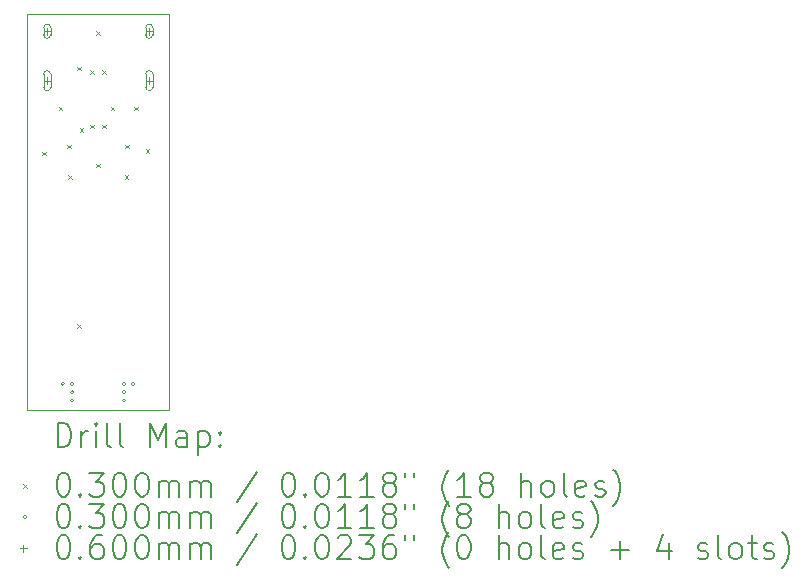
<source format=gbr>
%TF.GenerationSoftware,KiCad,Pcbnew,9.0.1*%
%TF.CreationDate,2025-10-23T20:39:28-06:00*%
%TF.ProjectId,usbport,75736270-6f72-4742-9e6b-696361645f70,rev?*%
%TF.SameCoordinates,Original*%
%TF.FileFunction,Drillmap*%
%TF.FilePolarity,Positive*%
%FSLAX45Y45*%
G04 Gerber Fmt 4.5, Leading zero omitted, Abs format (unit mm)*
G04 Created by KiCad (PCBNEW 9.0.1) date 2025-10-23 20:39:28*
%MOMM*%
%LPD*%
G01*
G04 APERTURE LIST*
%ADD10C,0.050000*%
%ADD11C,0.200000*%
%ADD12C,0.100000*%
G04 APERTURE END LIST*
D10*
X9200000Y-7300000D02*
X9800000Y-7300000D01*
X9800000Y-7300000D02*
X9800000Y-9800000D01*
X8600000Y-10650000D02*
X9800000Y-10650000D01*
X8600000Y-9800000D02*
X8600000Y-10650000D01*
X9200000Y-7300000D02*
X8600000Y-7300000D01*
X9800000Y-10650000D02*
X9800000Y-9800000D01*
X8600000Y-7300000D02*
X8600000Y-9800000D01*
D11*
D12*
X8725000Y-8465000D02*
X8755000Y-8495000D01*
X8755000Y-8465000D02*
X8725000Y-8495000D01*
X8865000Y-8085000D02*
X8895000Y-8115000D01*
X8895000Y-8085000D02*
X8865000Y-8115000D01*
X8940000Y-8405000D02*
X8970000Y-8435000D01*
X8970000Y-8405000D02*
X8940000Y-8435000D01*
X8945000Y-8665000D02*
X8975000Y-8695000D01*
X8975000Y-8665000D02*
X8945000Y-8695000D01*
X9025000Y-7745000D02*
X9055000Y-7775000D01*
X9055000Y-7745000D02*
X9025000Y-7775000D01*
X9025000Y-9925000D02*
X9055000Y-9955000D01*
X9055000Y-9925000D02*
X9025000Y-9955000D01*
X9045000Y-8265000D02*
X9075000Y-8295000D01*
X9075000Y-8265000D02*
X9045000Y-8295000D01*
X9135000Y-7775000D02*
X9165000Y-7805000D01*
X9165000Y-7775000D02*
X9135000Y-7805000D01*
X9135000Y-8235000D02*
X9165000Y-8265000D01*
X9165000Y-8235000D02*
X9135000Y-8265000D01*
X9185000Y-7445000D02*
X9215000Y-7475000D01*
X9215000Y-7445000D02*
X9185000Y-7475000D01*
X9185000Y-8565000D02*
X9215000Y-8595000D01*
X9215000Y-8565000D02*
X9185000Y-8595000D01*
X9235000Y-7775000D02*
X9265000Y-7805000D01*
X9265000Y-7775000D02*
X9235000Y-7805000D01*
X9235000Y-8235000D02*
X9265000Y-8265000D01*
X9265000Y-8235000D02*
X9235000Y-8265000D01*
X9305000Y-8085000D02*
X9335000Y-8115000D01*
X9335000Y-8085000D02*
X9305000Y-8115000D01*
X9425000Y-8665000D02*
X9455000Y-8695000D01*
X9455000Y-8665000D02*
X9425000Y-8695000D01*
X9430000Y-8405000D02*
X9460000Y-8435000D01*
X9460000Y-8405000D02*
X9430000Y-8435000D01*
X9505000Y-8085000D02*
X9535000Y-8115000D01*
X9535000Y-8085000D02*
X9505000Y-8115000D01*
X9605000Y-8445000D02*
X9635000Y-8475000D01*
X9635000Y-8445000D02*
X9605000Y-8475000D01*
X8915000Y-10430000D02*
G75*
G02*
X8885000Y-10430000I-15000J0D01*
G01*
X8885000Y-10430000D02*
G75*
G02*
X8915000Y-10430000I15000J0D01*
G01*
X8995000Y-10430000D02*
G75*
G02*
X8965000Y-10430000I-15000J0D01*
G01*
X8965000Y-10430000D02*
G75*
G02*
X8995000Y-10430000I15000J0D01*
G01*
X8995000Y-10500000D02*
G75*
G02*
X8965000Y-10500000I-15000J0D01*
G01*
X8965000Y-10500000D02*
G75*
G02*
X8995000Y-10500000I15000J0D01*
G01*
X8995000Y-10570000D02*
G75*
G02*
X8965000Y-10570000I-15000J0D01*
G01*
X8965000Y-10570000D02*
G75*
G02*
X8995000Y-10570000I15000J0D01*
G01*
X9435000Y-10430000D02*
G75*
G02*
X9405000Y-10430000I-15000J0D01*
G01*
X9405000Y-10430000D02*
G75*
G02*
X9435000Y-10430000I15000J0D01*
G01*
X9435000Y-10500000D02*
G75*
G02*
X9405000Y-10500000I-15000J0D01*
G01*
X9405000Y-10500000D02*
G75*
G02*
X9435000Y-10500000I15000J0D01*
G01*
X9435000Y-10570000D02*
G75*
G02*
X9405000Y-10570000I-15000J0D01*
G01*
X9405000Y-10570000D02*
G75*
G02*
X9435000Y-10570000I15000J0D01*
G01*
X9510000Y-10430000D02*
G75*
G02*
X9480000Y-10430000I-15000J0D01*
G01*
X9480000Y-10430000D02*
G75*
G02*
X9510000Y-10430000I15000J0D01*
G01*
X8768000Y-7413750D02*
X8768000Y-7473750D01*
X8738000Y-7443750D02*
X8798000Y-7443750D01*
X8798000Y-7473750D02*
X8798000Y-7413750D01*
X8738000Y-7413750D02*
G75*
G02*
X8798000Y-7413750I30000J0D01*
G01*
X8738000Y-7413750D02*
X8738000Y-7473750D01*
X8738000Y-7473750D02*
G75*
G03*
X8798000Y-7473750I30000J0D01*
G01*
X8768000Y-7831750D02*
X8768000Y-7891750D01*
X8738000Y-7861750D02*
X8798000Y-7861750D01*
X8798000Y-7916750D02*
X8798000Y-7806750D01*
X8738000Y-7806750D02*
G75*
G02*
X8798000Y-7806750I30000J0D01*
G01*
X8738000Y-7806750D02*
X8738000Y-7916750D01*
X8738000Y-7916750D02*
G75*
G03*
X8798000Y-7916750I30000J0D01*
G01*
X9632000Y-7413750D02*
X9632000Y-7473750D01*
X9602000Y-7443750D02*
X9662000Y-7443750D01*
X9662000Y-7473750D02*
X9662000Y-7413750D01*
X9602000Y-7413750D02*
G75*
G02*
X9662000Y-7413750I30000J0D01*
G01*
X9602000Y-7413750D02*
X9602000Y-7473750D01*
X9602000Y-7473750D02*
G75*
G03*
X9662000Y-7473750I30000J0D01*
G01*
X9632000Y-7831750D02*
X9632000Y-7891750D01*
X9602000Y-7861750D02*
X9662000Y-7861750D01*
X9662000Y-7916750D02*
X9662000Y-7806750D01*
X9602000Y-7806750D02*
G75*
G02*
X9662000Y-7806750I30000J0D01*
G01*
X9602000Y-7806750D02*
X9602000Y-7916750D01*
X9602000Y-7916750D02*
G75*
G03*
X9662000Y-7916750I30000J0D01*
G01*
D11*
X8858277Y-10963984D02*
X8858277Y-10763984D01*
X8858277Y-10763984D02*
X8905896Y-10763984D01*
X8905896Y-10763984D02*
X8934467Y-10773508D01*
X8934467Y-10773508D02*
X8953515Y-10792555D01*
X8953515Y-10792555D02*
X8963039Y-10811603D01*
X8963039Y-10811603D02*
X8972563Y-10849698D01*
X8972563Y-10849698D02*
X8972563Y-10878270D01*
X8972563Y-10878270D02*
X8963039Y-10916365D01*
X8963039Y-10916365D02*
X8953515Y-10935412D01*
X8953515Y-10935412D02*
X8934467Y-10954460D01*
X8934467Y-10954460D02*
X8905896Y-10963984D01*
X8905896Y-10963984D02*
X8858277Y-10963984D01*
X9058277Y-10963984D02*
X9058277Y-10830650D01*
X9058277Y-10868746D02*
X9067801Y-10849698D01*
X9067801Y-10849698D02*
X9077324Y-10840174D01*
X9077324Y-10840174D02*
X9096372Y-10830650D01*
X9096372Y-10830650D02*
X9115420Y-10830650D01*
X9182086Y-10963984D02*
X9182086Y-10830650D01*
X9182086Y-10763984D02*
X9172563Y-10773508D01*
X9172563Y-10773508D02*
X9182086Y-10783031D01*
X9182086Y-10783031D02*
X9191610Y-10773508D01*
X9191610Y-10773508D02*
X9182086Y-10763984D01*
X9182086Y-10763984D02*
X9182086Y-10783031D01*
X9305896Y-10963984D02*
X9286848Y-10954460D01*
X9286848Y-10954460D02*
X9277324Y-10935412D01*
X9277324Y-10935412D02*
X9277324Y-10763984D01*
X9410658Y-10963984D02*
X9391610Y-10954460D01*
X9391610Y-10954460D02*
X9382086Y-10935412D01*
X9382086Y-10935412D02*
X9382086Y-10763984D01*
X9639229Y-10963984D02*
X9639229Y-10763984D01*
X9639229Y-10763984D02*
X9705896Y-10906841D01*
X9705896Y-10906841D02*
X9772563Y-10763984D01*
X9772563Y-10763984D02*
X9772563Y-10963984D01*
X9953515Y-10963984D02*
X9953515Y-10859222D01*
X9953515Y-10859222D02*
X9943991Y-10840174D01*
X9943991Y-10840174D02*
X9924944Y-10830650D01*
X9924944Y-10830650D02*
X9886848Y-10830650D01*
X9886848Y-10830650D02*
X9867801Y-10840174D01*
X9953515Y-10954460D02*
X9934467Y-10963984D01*
X9934467Y-10963984D02*
X9886848Y-10963984D01*
X9886848Y-10963984D02*
X9867801Y-10954460D01*
X9867801Y-10954460D02*
X9858277Y-10935412D01*
X9858277Y-10935412D02*
X9858277Y-10916365D01*
X9858277Y-10916365D02*
X9867801Y-10897317D01*
X9867801Y-10897317D02*
X9886848Y-10887793D01*
X9886848Y-10887793D02*
X9934467Y-10887793D01*
X9934467Y-10887793D02*
X9953515Y-10878270D01*
X10048753Y-10830650D02*
X10048753Y-11030650D01*
X10048753Y-10840174D02*
X10067801Y-10830650D01*
X10067801Y-10830650D02*
X10105896Y-10830650D01*
X10105896Y-10830650D02*
X10124944Y-10840174D01*
X10124944Y-10840174D02*
X10134467Y-10849698D01*
X10134467Y-10849698D02*
X10143991Y-10868746D01*
X10143991Y-10868746D02*
X10143991Y-10925889D01*
X10143991Y-10925889D02*
X10134467Y-10944936D01*
X10134467Y-10944936D02*
X10124944Y-10954460D01*
X10124944Y-10954460D02*
X10105896Y-10963984D01*
X10105896Y-10963984D02*
X10067801Y-10963984D01*
X10067801Y-10963984D02*
X10048753Y-10954460D01*
X10229705Y-10944936D02*
X10239229Y-10954460D01*
X10239229Y-10954460D02*
X10229705Y-10963984D01*
X10229705Y-10963984D02*
X10220182Y-10954460D01*
X10220182Y-10954460D02*
X10229705Y-10944936D01*
X10229705Y-10944936D02*
X10229705Y-10963984D01*
X10229705Y-10840174D02*
X10239229Y-10849698D01*
X10239229Y-10849698D02*
X10229705Y-10859222D01*
X10229705Y-10859222D02*
X10220182Y-10849698D01*
X10220182Y-10849698D02*
X10229705Y-10840174D01*
X10229705Y-10840174D02*
X10229705Y-10859222D01*
D12*
X8567500Y-11277500D02*
X8597500Y-11307500D01*
X8597500Y-11277500D02*
X8567500Y-11307500D01*
D11*
X8896372Y-11183984D02*
X8915420Y-11183984D01*
X8915420Y-11183984D02*
X8934467Y-11193508D01*
X8934467Y-11193508D02*
X8943991Y-11203031D01*
X8943991Y-11203031D02*
X8953515Y-11222079D01*
X8953515Y-11222079D02*
X8963039Y-11260174D01*
X8963039Y-11260174D02*
X8963039Y-11307793D01*
X8963039Y-11307793D02*
X8953515Y-11345888D01*
X8953515Y-11345888D02*
X8943991Y-11364936D01*
X8943991Y-11364936D02*
X8934467Y-11374460D01*
X8934467Y-11374460D02*
X8915420Y-11383984D01*
X8915420Y-11383984D02*
X8896372Y-11383984D01*
X8896372Y-11383984D02*
X8877324Y-11374460D01*
X8877324Y-11374460D02*
X8867801Y-11364936D01*
X8867801Y-11364936D02*
X8858277Y-11345888D01*
X8858277Y-11345888D02*
X8848753Y-11307793D01*
X8848753Y-11307793D02*
X8848753Y-11260174D01*
X8848753Y-11260174D02*
X8858277Y-11222079D01*
X8858277Y-11222079D02*
X8867801Y-11203031D01*
X8867801Y-11203031D02*
X8877324Y-11193508D01*
X8877324Y-11193508D02*
X8896372Y-11183984D01*
X9048753Y-11364936D02*
X9058277Y-11374460D01*
X9058277Y-11374460D02*
X9048753Y-11383984D01*
X9048753Y-11383984D02*
X9039229Y-11374460D01*
X9039229Y-11374460D02*
X9048753Y-11364936D01*
X9048753Y-11364936D02*
X9048753Y-11383984D01*
X9124944Y-11183984D02*
X9248753Y-11183984D01*
X9248753Y-11183984D02*
X9182086Y-11260174D01*
X9182086Y-11260174D02*
X9210658Y-11260174D01*
X9210658Y-11260174D02*
X9229705Y-11269698D01*
X9229705Y-11269698D02*
X9239229Y-11279222D01*
X9239229Y-11279222D02*
X9248753Y-11298269D01*
X9248753Y-11298269D02*
X9248753Y-11345888D01*
X9248753Y-11345888D02*
X9239229Y-11364936D01*
X9239229Y-11364936D02*
X9229705Y-11374460D01*
X9229705Y-11374460D02*
X9210658Y-11383984D01*
X9210658Y-11383984D02*
X9153515Y-11383984D01*
X9153515Y-11383984D02*
X9134467Y-11374460D01*
X9134467Y-11374460D02*
X9124944Y-11364936D01*
X9372563Y-11183984D02*
X9391610Y-11183984D01*
X9391610Y-11183984D02*
X9410658Y-11193508D01*
X9410658Y-11193508D02*
X9420182Y-11203031D01*
X9420182Y-11203031D02*
X9429705Y-11222079D01*
X9429705Y-11222079D02*
X9439229Y-11260174D01*
X9439229Y-11260174D02*
X9439229Y-11307793D01*
X9439229Y-11307793D02*
X9429705Y-11345888D01*
X9429705Y-11345888D02*
X9420182Y-11364936D01*
X9420182Y-11364936D02*
X9410658Y-11374460D01*
X9410658Y-11374460D02*
X9391610Y-11383984D01*
X9391610Y-11383984D02*
X9372563Y-11383984D01*
X9372563Y-11383984D02*
X9353515Y-11374460D01*
X9353515Y-11374460D02*
X9343991Y-11364936D01*
X9343991Y-11364936D02*
X9334467Y-11345888D01*
X9334467Y-11345888D02*
X9324944Y-11307793D01*
X9324944Y-11307793D02*
X9324944Y-11260174D01*
X9324944Y-11260174D02*
X9334467Y-11222079D01*
X9334467Y-11222079D02*
X9343991Y-11203031D01*
X9343991Y-11203031D02*
X9353515Y-11193508D01*
X9353515Y-11193508D02*
X9372563Y-11183984D01*
X9563039Y-11183984D02*
X9582086Y-11183984D01*
X9582086Y-11183984D02*
X9601134Y-11193508D01*
X9601134Y-11193508D02*
X9610658Y-11203031D01*
X9610658Y-11203031D02*
X9620182Y-11222079D01*
X9620182Y-11222079D02*
X9629705Y-11260174D01*
X9629705Y-11260174D02*
X9629705Y-11307793D01*
X9629705Y-11307793D02*
X9620182Y-11345888D01*
X9620182Y-11345888D02*
X9610658Y-11364936D01*
X9610658Y-11364936D02*
X9601134Y-11374460D01*
X9601134Y-11374460D02*
X9582086Y-11383984D01*
X9582086Y-11383984D02*
X9563039Y-11383984D01*
X9563039Y-11383984D02*
X9543991Y-11374460D01*
X9543991Y-11374460D02*
X9534467Y-11364936D01*
X9534467Y-11364936D02*
X9524944Y-11345888D01*
X9524944Y-11345888D02*
X9515420Y-11307793D01*
X9515420Y-11307793D02*
X9515420Y-11260174D01*
X9515420Y-11260174D02*
X9524944Y-11222079D01*
X9524944Y-11222079D02*
X9534467Y-11203031D01*
X9534467Y-11203031D02*
X9543991Y-11193508D01*
X9543991Y-11193508D02*
X9563039Y-11183984D01*
X9715420Y-11383984D02*
X9715420Y-11250650D01*
X9715420Y-11269698D02*
X9724944Y-11260174D01*
X9724944Y-11260174D02*
X9743991Y-11250650D01*
X9743991Y-11250650D02*
X9772563Y-11250650D01*
X9772563Y-11250650D02*
X9791610Y-11260174D01*
X9791610Y-11260174D02*
X9801134Y-11279222D01*
X9801134Y-11279222D02*
X9801134Y-11383984D01*
X9801134Y-11279222D02*
X9810658Y-11260174D01*
X9810658Y-11260174D02*
X9829705Y-11250650D01*
X9829705Y-11250650D02*
X9858277Y-11250650D01*
X9858277Y-11250650D02*
X9877325Y-11260174D01*
X9877325Y-11260174D02*
X9886848Y-11279222D01*
X9886848Y-11279222D02*
X9886848Y-11383984D01*
X9982086Y-11383984D02*
X9982086Y-11250650D01*
X9982086Y-11269698D02*
X9991610Y-11260174D01*
X9991610Y-11260174D02*
X10010658Y-11250650D01*
X10010658Y-11250650D02*
X10039229Y-11250650D01*
X10039229Y-11250650D02*
X10058277Y-11260174D01*
X10058277Y-11260174D02*
X10067801Y-11279222D01*
X10067801Y-11279222D02*
X10067801Y-11383984D01*
X10067801Y-11279222D02*
X10077325Y-11260174D01*
X10077325Y-11260174D02*
X10096372Y-11250650D01*
X10096372Y-11250650D02*
X10124944Y-11250650D01*
X10124944Y-11250650D02*
X10143991Y-11260174D01*
X10143991Y-11260174D02*
X10153515Y-11279222D01*
X10153515Y-11279222D02*
X10153515Y-11383984D01*
X10543991Y-11174460D02*
X10372563Y-11431603D01*
X10801134Y-11183984D02*
X10820182Y-11183984D01*
X10820182Y-11183984D02*
X10839229Y-11193508D01*
X10839229Y-11193508D02*
X10848753Y-11203031D01*
X10848753Y-11203031D02*
X10858277Y-11222079D01*
X10858277Y-11222079D02*
X10867801Y-11260174D01*
X10867801Y-11260174D02*
X10867801Y-11307793D01*
X10867801Y-11307793D02*
X10858277Y-11345888D01*
X10858277Y-11345888D02*
X10848753Y-11364936D01*
X10848753Y-11364936D02*
X10839229Y-11374460D01*
X10839229Y-11374460D02*
X10820182Y-11383984D01*
X10820182Y-11383984D02*
X10801134Y-11383984D01*
X10801134Y-11383984D02*
X10782087Y-11374460D01*
X10782087Y-11374460D02*
X10772563Y-11364936D01*
X10772563Y-11364936D02*
X10763039Y-11345888D01*
X10763039Y-11345888D02*
X10753515Y-11307793D01*
X10753515Y-11307793D02*
X10753515Y-11260174D01*
X10753515Y-11260174D02*
X10763039Y-11222079D01*
X10763039Y-11222079D02*
X10772563Y-11203031D01*
X10772563Y-11203031D02*
X10782087Y-11193508D01*
X10782087Y-11193508D02*
X10801134Y-11183984D01*
X10953515Y-11364936D02*
X10963039Y-11374460D01*
X10963039Y-11374460D02*
X10953515Y-11383984D01*
X10953515Y-11383984D02*
X10943991Y-11374460D01*
X10943991Y-11374460D02*
X10953515Y-11364936D01*
X10953515Y-11364936D02*
X10953515Y-11383984D01*
X11086848Y-11183984D02*
X11105896Y-11183984D01*
X11105896Y-11183984D02*
X11124944Y-11193508D01*
X11124944Y-11193508D02*
X11134468Y-11203031D01*
X11134468Y-11203031D02*
X11143991Y-11222079D01*
X11143991Y-11222079D02*
X11153515Y-11260174D01*
X11153515Y-11260174D02*
X11153515Y-11307793D01*
X11153515Y-11307793D02*
X11143991Y-11345888D01*
X11143991Y-11345888D02*
X11134468Y-11364936D01*
X11134468Y-11364936D02*
X11124944Y-11374460D01*
X11124944Y-11374460D02*
X11105896Y-11383984D01*
X11105896Y-11383984D02*
X11086848Y-11383984D01*
X11086848Y-11383984D02*
X11067801Y-11374460D01*
X11067801Y-11374460D02*
X11058277Y-11364936D01*
X11058277Y-11364936D02*
X11048753Y-11345888D01*
X11048753Y-11345888D02*
X11039229Y-11307793D01*
X11039229Y-11307793D02*
X11039229Y-11260174D01*
X11039229Y-11260174D02*
X11048753Y-11222079D01*
X11048753Y-11222079D02*
X11058277Y-11203031D01*
X11058277Y-11203031D02*
X11067801Y-11193508D01*
X11067801Y-11193508D02*
X11086848Y-11183984D01*
X11343991Y-11383984D02*
X11229706Y-11383984D01*
X11286848Y-11383984D02*
X11286848Y-11183984D01*
X11286848Y-11183984D02*
X11267801Y-11212555D01*
X11267801Y-11212555D02*
X11248753Y-11231603D01*
X11248753Y-11231603D02*
X11229706Y-11241127D01*
X11534467Y-11383984D02*
X11420182Y-11383984D01*
X11477325Y-11383984D02*
X11477325Y-11183984D01*
X11477325Y-11183984D02*
X11458277Y-11212555D01*
X11458277Y-11212555D02*
X11439229Y-11231603D01*
X11439229Y-11231603D02*
X11420182Y-11241127D01*
X11648753Y-11269698D02*
X11629706Y-11260174D01*
X11629706Y-11260174D02*
X11620182Y-11250650D01*
X11620182Y-11250650D02*
X11610658Y-11231603D01*
X11610658Y-11231603D02*
X11610658Y-11222079D01*
X11610658Y-11222079D02*
X11620182Y-11203031D01*
X11620182Y-11203031D02*
X11629706Y-11193508D01*
X11629706Y-11193508D02*
X11648753Y-11183984D01*
X11648753Y-11183984D02*
X11686848Y-11183984D01*
X11686848Y-11183984D02*
X11705896Y-11193508D01*
X11705896Y-11193508D02*
X11715420Y-11203031D01*
X11715420Y-11203031D02*
X11724944Y-11222079D01*
X11724944Y-11222079D02*
X11724944Y-11231603D01*
X11724944Y-11231603D02*
X11715420Y-11250650D01*
X11715420Y-11250650D02*
X11705896Y-11260174D01*
X11705896Y-11260174D02*
X11686848Y-11269698D01*
X11686848Y-11269698D02*
X11648753Y-11269698D01*
X11648753Y-11269698D02*
X11629706Y-11279222D01*
X11629706Y-11279222D02*
X11620182Y-11288746D01*
X11620182Y-11288746D02*
X11610658Y-11307793D01*
X11610658Y-11307793D02*
X11610658Y-11345888D01*
X11610658Y-11345888D02*
X11620182Y-11364936D01*
X11620182Y-11364936D02*
X11629706Y-11374460D01*
X11629706Y-11374460D02*
X11648753Y-11383984D01*
X11648753Y-11383984D02*
X11686848Y-11383984D01*
X11686848Y-11383984D02*
X11705896Y-11374460D01*
X11705896Y-11374460D02*
X11715420Y-11364936D01*
X11715420Y-11364936D02*
X11724944Y-11345888D01*
X11724944Y-11345888D02*
X11724944Y-11307793D01*
X11724944Y-11307793D02*
X11715420Y-11288746D01*
X11715420Y-11288746D02*
X11705896Y-11279222D01*
X11705896Y-11279222D02*
X11686848Y-11269698D01*
X11801134Y-11183984D02*
X11801134Y-11222079D01*
X11877325Y-11183984D02*
X11877325Y-11222079D01*
X12172563Y-11460174D02*
X12163039Y-11450650D01*
X12163039Y-11450650D02*
X12143991Y-11422079D01*
X12143991Y-11422079D02*
X12134468Y-11403031D01*
X12134468Y-11403031D02*
X12124944Y-11374460D01*
X12124944Y-11374460D02*
X12115420Y-11326841D01*
X12115420Y-11326841D02*
X12115420Y-11288746D01*
X12115420Y-11288746D02*
X12124944Y-11241127D01*
X12124944Y-11241127D02*
X12134468Y-11212555D01*
X12134468Y-11212555D02*
X12143991Y-11193508D01*
X12143991Y-11193508D02*
X12163039Y-11164936D01*
X12163039Y-11164936D02*
X12172563Y-11155412D01*
X12353515Y-11383984D02*
X12239229Y-11383984D01*
X12296372Y-11383984D02*
X12296372Y-11183984D01*
X12296372Y-11183984D02*
X12277325Y-11212555D01*
X12277325Y-11212555D02*
X12258277Y-11231603D01*
X12258277Y-11231603D02*
X12239229Y-11241127D01*
X12467801Y-11269698D02*
X12448753Y-11260174D01*
X12448753Y-11260174D02*
X12439229Y-11250650D01*
X12439229Y-11250650D02*
X12429706Y-11231603D01*
X12429706Y-11231603D02*
X12429706Y-11222079D01*
X12429706Y-11222079D02*
X12439229Y-11203031D01*
X12439229Y-11203031D02*
X12448753Y-11193508D01*
X12448753Y-11193508D02*
X12467801Y-11183984D01*
X12467801Y-11183984D02*
X12505896Y-11183984D01*
X12505896Y-11183984D02*
X12524944Y-11193508D01*
X12524944Y-11193508D02*
X12534468Y-11203031D01*
X12534468Y-11203031D02*
X12543991Y-11222079D01*
X12543991Y-11222079D02*
X12543991Y-11231603D01*
X12543991Y-11231603D02*
X12534468Y-11250650D01*
X12534468Y-11250650D02*
X12524944Y-11260174D01*
X12524944Y-11260174D02*
X12505896Y-11269698D01*
X12505896Y-11269698D02*
X12467801Y-11269698D01*
X12467801Y-11269698D02*
X12448753Y-11279222D01*
X12448753Y-11279222D02*
X12439229Y-11288746D01*
X12439229Y-11288746D02*
X12429706Y-11307793D01*
X12429706Y-11307793D02*
X12429706Y-11345888D01*
X12429706Y-11345888D02*
X12439229Y-11364936D01*
X12439229Y-11364936D02*
X12448753Y-11374460D01*
X12448753Y-11374460D02*
X12467801Y-11383984D01*
X12467801Y-11383984D02*
X12505896Y-11383984D01*
X12505896Y-11383984D02*
X12524944Y-11374460D01*
X12524944Y-11374460D02*
X12534468Y-11364936D01*
X12534468Y-11364936D02*
X12543991Y-11345888D01*
X12543991Y-11345888D02*
X12543991Y-11307793D01*
X12543991Y-11307793D02*
X12534468Y-11288746D01*
X12534468Y-11288746D02*
X12524944Y-11279222D01*
X12524944Y-11279222D02*
X12505896Y-11269698D01*
X12782087Y-11383984D02*
X12782087Y-11183984D01*
X12867801Y-11383984D02*
X12867801Y-11279222D01*
X12867801Y-11279222D02*
X12858277Y-11260174D01*
X12858277Y-11260174D02*
X12839230Y-11250650D01*
X12839230Y-11250650D02*
X12810658Y-11250650D01*
X12810658Y-11250650D02*
X12791610Y-11260174D01*
X12791610Y-11260174D02*
X12782087Y-11269698D01*
X12991610Y-11383984D02*
X12972563Y-11374460D01*
X12972563Y-11374460D02*
X12963039Y-11364936D01*
X12963039Y-11364936D02*
X12953515Y-11345888D01*
X12953515Y-11345888D02*
X12953515Y-11288746D01*
X12953515Y-11288746D02*
X12963039Y-11269698D01*
X12963039Y-11269698D02*
X12972563Y-11260174D01*
X12972563Y-11260174D02*
X12991610Y-11250650D01*
X12991610Y-11250650D02*
X13020182Y-11250650D01*
X13020182Y-11250650D02*
X13039230Y-11260174D01*
X13039230Y-11260174D02*
X13048753Y-11269698D01*
X13048753Y-11269698D02*
X13058277Y-11288746D01*
X13058277Y-11288746D02*
X13058277Y-11345888D01*
X13058277Y-11345888D02*
X13048753Y-11364936D01*
X13048753Y-11364936D02*
X13039230Y-11374460D01*
X13039230Y-11374460D02*
X13020182Y-11383984D01*
X13020182Y-11383984D02*
X12991610Y-11383984D01*
X13172563Y-11383984D02*
X13153515Y-11374460D01*
X13153515Y-11374460D02*
X13143991Y-11355412D01*
X13143991Y-11355412D02*
X13143991Y-11183984D01*
X13324944Y-11374460D02*
X13305896Y-11383984D01*
X13305896Y-11383984D02*
X13267801Y-11383984D01*
X13267801Y-11383984D02*
X13248753Y-11374460D01*
X13248753Y-11374460D02*
X13239230Y-11355412D01*
X13239230Y-11355412D02*
X13239230Y-11279222D01*
X13239230Y-11279222D02*
X13248753Y-11260174D01*
X13248753Y-11260174D02*
X13267801Y-11250650D01*
X13267801Y-11250650D02*
X13305896Y-11250650D01*
X13305896Y-11250650D02*
X13324944Y-11260174D01*
X13324944Y-11260174D02*
X13334468Y-11279222D01*
X13334468Y-11279222D02*
X13334468Y-11298269D01*
X13334468Y-11298269D02*
X13239230Y-11317317D01*
X13410658Y-11374460D02*
X13429706Y-11383984D01*
X13429706Y-11383984D02*
X13467801Y-11383984D01*
X13467801Y-11383984D02*
X13486849Y-11374460D01*
X13486849Y-11374460D02*
X13496372Y-11355412D01*
X13496372Y-11355412D02*
X13496372Y-11345888D01*
X13496372Y-11345888D02*
X13486849Y-11326841D01*
X13486849Y-11326841D02*
X13467801Y-11317317D01*
X13467801Y-11317317D02*
X13439230Y-11317317D01*
X13439230Y-11317317D02*
X13420182Y-11307793D01*
X13420182Y-11307793D02*
X13410658Y-11288746D01*
X13410658Y-11288746D02*
X13410658Y-11279222D01*
X13410658Y-11279222D02*
X13420182Y-11260174D01*
X13420182Y-11260174D02*
X13439230Y-11250650D01*
X13439230Y-11250650D02*
X13467801Y-11250650D01*
X13467801Y-11250650D02*
X13486849Y-11260174D01*
X13563039Y-11460174D02*
X13572563Y-11450650D01*
X13572563Y-11450650D02*
X13591611Y-11422079D01*
X13591611Y-11422079D02*
X13601134Y-11403031D01*
X13601134Y-11403031D02*
X13610658Y-11374460D01*
X13610658Y-11374460D02*
X13620182Y-11326841D01*
X13620182Y-11326841D02*
X13620182Y-11288746D01*
X13620182Y-11288746D02*
X13610658Y-11241127D01*
X13610658Y-11241127D02*
X13601134Y-11212555D01*
X13601134Y-11212555D02*
X13591611Y-11193508D01*
X13591611Y-11193508D02*
X13572563Y-11164936D01*
X13572563Y-11164936D02*
X13563039Y-11155412D01*
D12*
X8597500Y-11556500D02*
G75*
G02*
X8567500Y-11556500I-15000J0D01*
G01*
X8567500Y-11556500D02*
G75*
G02*
X8597500Y-11556500I15000J0D01*
G01*
D11*
X8896372Y-11447984D02*
X8915420Y-11447984D01*
X8915420Y-11447984D02*
X8934467Y-11457508D01*
X8934467Y-11457508D02*
X8943991Y-11467031D01*
X8943991Y-11467031D02*
X8953515Y-11486079D01*
X8953515Y-11486079D02*
X8963039Y-11524174D01*
X8963039Y-11524174D02*
X8963039Y-11571793D01*
X8963039Y-11571793D02*
X8953515Y-11609888D01*
X8953515Y-11609888D02*
X8943991Y-11628936D01*
X8943991Y-11628936D02*
X8934467Y-11638460D01*
X8934467Y-11638460D02*
X8915420Y-11647984D01*
X8915420Y-11647984D02*
X8896372Y-11647984D01*
X8896372Y-11647984D02*
X8877324Y-11638460D01*
X8877324Y-11638460D02*
X8867801Y-11628936D01*
X8867801Y-11628936D02*
X8858277Y-11609888D01*
X8858277Y-11609888D02*
X8848753Y-11571793D01*
X8848753Y-11571793D02*
X8848753Y-11524174D01*
X8848753Y-11524174D02*
X8858277Y-11486079D01*
X8858277Y-11486079D02*
X8867801Y-11467031D01*
X8867801Y-11467031D02*
X8877324Y-11457508D01*
X8877324Y-11457508D02*
X8896372Y-11447984D01*
X9048753Y-11628936D02*
X9058277Y-11638460D01*
X9058277Y-11638460D02*
X9048753Y-11647984D01*
X9048753Y-11647984D02*
X9039229Y-11638460D01*
X9039229Y-11638460D02*
X9048753Y-11628936D01*
X9048753Y-11628936D02*
X9048753Y-11647984D01*
X9124944Y-11447984D02*
X9248753Y-11447984D01*
X9248753Y-11447984D02*
X9182086Y-11524174D01*
X9182086Y-11524174D02*
X9210658Y-11524174D01*
X9210658Y-11524174D02*
X9229705Y-11533698D01*
X9229705Y-11533698D02*
X9239229Y-11543222D01*
X9239229Y-11543222D02*
X9248753Y-11562269D01*
X9248753Y-11562269D02*
X9248753Y-11609888D01*
X9248753Y-11609888D02*
X9239229Y-11628936D01*
X9239229Y-11628936D02*
X9229705Y-11638460D01*
X9229705Y-11638460D02*
X9210658Y-11647984D01*
X9210658Y-11647984D02*
X9153515Y-11647984D01*
X9153515Y-11647984D02*
X9134467Y-11638460D01*
X9134467Y-11638460D02*
X9124944Y-11628936D01*
X9372563Y-11447984D02*
X9391610Y-11447984D01*
X9391610Y-11447984D02*
X9410658Y-11457508D01*
X9410658Y-11457508D02*
X9420182Y-11467031D01*
X9420182Y-11467031D02*
X9429705Y-11486079D01*
X9429705Y-11486079D02*
X9439229Y-11524174D01*
X9439229Y-11524174D02*
X9439229Y-11571793D01*
X9439229Y-11571793D02*
X9429705Y-11609888D01*
X9429705Y-11609888D02*
X9420182Y-11628936D01*
X9420182Y-11628936D02*
X9410658Y-11638460D01*
X9410658Y-11638460D02*
X9391610Y-11647984D01*
X9391610Y-11647984D02*
X9372563Y-11647984D01*
X9372563Y-11647984D02*
X9353515Y-11638460D01*
X9353515Y-11638460D02*
X9343991Y-11628936D01*
X9343991Y-11628936D02*
X9334467Y-11609888D01*
X9334467Y-11609888D02*
X9324944Y-11571793D01*
X9324944Y-11571793D02*
X9324944Y-11524174D01*
X9324944Y-11524174D02*
X9334467Y-11486079D01*
X9334467Y-11486079D02*
X9343991Y-11467031D01*
X9343991Y-11467031D02*
X9353515Y-11457508D01*
X9353515Y-11457508D02*
X9372563Y-11447984D01*
X9563039Y-11447984D02*
X9582086Y-11447984D01*
X9582086Y-11447984D02*
X9601134Y-11457508D01*
X9601134Y-11457508D02*
X9610658Y-11467031D01*
X9610658Y-11467031D02*
X9620182Y-11486079D01*
X9620182Y-11486079D02*
X9629705Y-11524174D01*
X9629705Y-11524174D02*
X9629705Y-11571793D01*
X9629705Y-11571793D02*
X9620182Y-11609888D01*
X9620182Y-11609888D02*
X9610658Y-11628936D01*
X9610658Y-11628936D02*
X9601134Y-11638460D01*
X9601134Y-11638460D02*
X9582086Y-11647984D01*
X9582086Y-11647984D02*
X9563039Y-11647984D01*
X9563039Y-11647984D02*
X9543991Y-11638460D01*
X9543991Y-11638460D02*
X9534467Y-11628936D01*
X9534467Y-11628936D02*
X9524944Y-11609888D01*
X9524944Y-11609888D02*
X9515420Y-11571793D01*
X9515420Y-11571793D02*
X9515420Y-11524174D01*
X9515420Y-11524174D02*
X9524944Y-11486079D01*
X9524944Y-11486079D02*
X9534467Y-11467031D01*
X9534467Y-11467031D02*
X9543991Y-11457508D01*
X9543991Y-11457508D02*
X9563039Y-11447984D01*
X9715420Y-11647984D02*
X9715420Y-11514650D01*
X9715420Y-11533698D02*
X9724944Y-11524174D01*
X9724944Y-11524174D02*
X9743991Y-11514650D01*
X9743991Y-11514650D02*
X9772563Y-11514650D01*
X9772563Y-11514650D02*
X9791610Y-11524174D01*
X9791610Y-11524174D02*
X9801134Y-11543222D01*
X9801134Y-11543222D02*
X9801134Y-11647984D01*
X9801134Y-11543222D02*
X9810658Y-11524174D01*
X9810658Y-11524174D02*
X9829705Y-11514650D01*
X9829705Y-11514650D02*
X9858277Y-11514650D01*
X9858277Y-11514650D02*
X9877325Y-11524174D01*
X9877325Y-11524174D02*
X9886848Y-11543222D01*
X9886848Y-11543222D02*
X9886848Y-11647984D01*
X9982086Y-11647984D02*
X9982086Y-11514650D01*
X9982086Y-11533698D02*
X9991610Y-11524174D01*
X9991610Y-11524174D02*
X10010658Y-11514650D01*
X10010658Y-11514650D02*
X10039229Y-11514650D01*
X10039229Y-11514650D02*
X10058277Y-11524174D01*
X10058277Y-11524174D02*
X10067801Y-11543222D01*
X10067801Y-11543222D02*
X10067801Y-11647984D01*
X10067801Y-11543222D02*
X10077325Y-11524174D01*
X10077325Y-11524174D02*
X10096372Y-11514650D01*
X10096372Y-11514650D02*
X10124944Y-11514650D01*
X10124944Y-11514650D02*
X10143991Y-11524174D01*
X10143991Y-11524174D02*
X10153515Y-11543222D01*
X10153515Y-11543222D02*
X10153515Y-11647984D01*
X10543991Y-11438460D02*
X10372563Y-11695603D01*
X10801134Y-11447984D02*
X10820182Y-11447984D01*
X10820182Y-11447984D02*
X10839229Y-11457508D01*
X10839229Y-11457508D02*
X10848753Y-11467031D01*
X10848753Y-11467031D02*
X10858277Y-11486079D01*
X10858277Y-11486079D02*
X10867801Y-11524174D01*
X10867801Y-11524174D02*
X10867801Y-11571793D01*
X10867801Y-11571793D02*
X10858277Y-11609888D01*
X10858277Y-11609888D02*
X10848753Y-11628936D01*
X10848753Y-11628936D02*
X10839229Y-11638460D01*
X10839229Y-11638460D02*
X10820182Y-11647984D01*
X10820182Y-11647984D02*
X10801134Y-11647984D01*
X10801134Y-11647984D02*
X10782087Y-11638460D01*
X10782087Y-11638460D02*
X10772563Y-11628936D01*
X10772563Y-11628936D02*
X10763039Y-11609888D01*
X10763039Y-11609888D02*
X10753515Y-11571793D01*
X10753515Y-11571793D02*
X10753515Y-11524174D01*
X10753515Y-11524174D02*
X10763039Y-11486079D01*
X10763039Y-11486079D02*
X10772563Y-11467031D01*
X10772563Y-11467031D02*
X10782087Y-11457508D01*
X10782087Y-11457508D02*
X10801134Y-11447984D01*
X10953515Y-11628936D02*
X10963039Y-11638460D01*
X10963039Y-11638460D02*
X10953515Y-11647984D01*
X10953515Y-11647984D02*
X10943991Y-11638460D01*
X10943991Y-11638460D02*
X10953515Y-11628936D01*
X10953515Y-11628936D02*
X10953515Y-11647984D01*
X11086848Y-11447984D02*
X11105896Y-11447984D01*
X11105896Y-11447984D02*
X11124944Y-11457508D01*
X11124944Y-11457508D02*
X11134468Y-11467031D01*
X11134468Y-11467031D02*
X11143991Y-11486079D01*
X11143991Y-11486079D02*
X11153515Y-11524174D01*
X11153515Y-11524174D02*
X11153515Y-11571793D01*
X11153515Y-11571793D02*
X11143991Y-11609888D01*
X11143991Y-11609888D02*
X11134468Y-11628936D01*
X11134468Y-11628936D02*
X11124944Y-11638460D01*
X11124944Y-11638460D02*
X11105896Y-11647984D01*
X11105896Y-11647984D02*
X11086848Y-11647984D01*
X11086848Y-11647984D02*
X11067801Y-11638460D01*
X11067801Y-11638460D02*
X11058277Y-11628936D01*
X11058277Y-11628936D02*
X11048753Y-11609888D01*
X11048753Y-11609888D02*
X11039229Y-11571793D01*
X11039229Y-11571793D02*
X11039229Y-11524174D01*
X11039229Y-11524174D02*
X11048753Y-11486079D01*
X11048753Y-11486079D02*
X11058277Y-11467031D01*
X11058277Y-11467031D02*
X11067801Y-11457508D01*
X11067801Y-11457508D02*
X11086848Y-11447984D01*
X11343991Y-11647984D02*
X11229706Y-11647984D01*
X11286848Y-11647984D02*
X11286848Y-11447984D01*
X11286848Y-11447984D02*
X11267801Y-11476555D01*
X11267801Y-11476555D02*
X11248753Y-11495603D01*
X11248753Y-11495603D02*
X11229706Y-11505127D01*
X11534467Y-11647984D02*
X11420182Y-11647984D01*
X11477325Y-11647984D02*
X11477325Y-11447984D01*
X11477325Y-11447984D02*
X11458277Y-11476555D01*
X11458277Y-11476555D02*
X11439229Y-11495603D01*
X11439229Y-11495603D02*
X11420182Y-11505127D01*
X11648753Y-11533698D02*
X11629706Y-11524174D01*
X11629706Y-11524174D02*
X11620182Y-11514650D01*
X11620182Y-11514650D02*
X11610658Y-11495603D01*
X11610658Y-11495603D02*
X11610658Y-11486079D01*
X11610658Y-11486079D02*
X11620182Y-11467031D01*
X11620182Y-11467031D02*
X11629706Y-11457508D01*
X11629706Y-11457508D02*
X11648753Y-11447984D01*
X11648753Y-11447984D02*
X11686848Y-11447984D01*
X11686848Y-11447984D02*
X11705896Y-11457508D01*
X11705896Y-11457508D02*
X11715420Y-11467031D01*
X11715420Y-11467031D02*
X11724944Y-11486079D01*
X11724944Y-11486079D02*
X11724944Y-11495603D01*
X11724944Y-11495603D02*
X11715420Y-11514650D01*
X11715420Y-11514650D02*
X11705896Y-11524174D01*
X11705896Y-11524174D02*
X11686848Y-11533698D01*
X11686848Y-11533698D02*
X11648753Y-11533698D01*
X11648753Y-11533698D02*
X11629706Y-11543222D01*
X11629706Y-11543222D02*
X11620182Y-11552746D01*
X11620182Y-11552746D02*
X11610658Y-11571793D01*
X11610658Y-11571793D02*
X11610658Y-11609888D01*
X11610658Y-11609888D02*
X11620182Y-11628936D01*
X11620182Y-11628936D02*
X11629706Y-11638460D01*
X11629706Y-11638460D02*
X11648753Y-11647984D01*
X11648753Y-11647984D02*
X11686848Y-11647984D01*
X11686848Y-11647984D02*
X11705896Y-11638460D01*
X11705896Y-11638460D02*
X11715420Y-11628936D01*
X11715420Y-11628936D02*
X11724944Y-11609888D01*
X11724944Y-11609888D02*
X11724944Y-11571793D01*
X11724944Y-11571793D02*
X11715420Y-11552746D01*
X11715420Y-11552746D02*
X11705896Y-11543222D01*
X11705896Y-11543222D02*
X11686848Y-11533698D01*
X11801134Y-11447984D02*
X11801134Y-11486079D01*
X11877325Y-11447984D02*
X11877325Y-11486079D01*
X12172563Y-11724174D02*
X12163039Y-11714650D01*
X12163039Y-11714650D02*
X12143991Y-11686079D01*
X12143991Y-11686079D02*
X12134468Y-11667031D01*
X12134468Y-11667031D02*
X12124944Y-11638460D01*
X12124944Y-11638460D02*
X12115420Y-11590841D01*
X12115420Y-11590841D02*
X12115420Y-11552746D01*
X12115420Y-11552746D02*
X12124944Y-11505127D01*
X12124944Y-11505127D02*
X12134468Y-11476555D01*
X12134468Y-11476555D02*
X12143991Y-11457508D01*
X12143991Y-11457508D02*
X12163039Y-11428936D01*
X12163039Y-11428936D02*
X12172563Y-11419412D01*
X12277325Y-11533698D02*
X12258277Y-11524174D01*
X12258277Y-11524174D02*
X12248753Y-11514650D01*
X12248753Y-11514650D02*
X12239229Y-11495603D01*
X12239229Y-11495603D02*
X12239229Y-11486079D01*
X12239229Y-11486079D02*
X12248753Y-11467031D01*
X12248753Y-11467031D02*
X12258277Y-11457508D01*
X12258277Y-11457508D02*
X12277325Y-11447984D01*
X12277325Y-11447984D02*
X12315420Y-11447984D01*
X12315420Y-11447984D02*
X12334468Y-11457508D01*
X12334468Y-11457508D02*
X12343991Y-11467031D01*
X12343991Y-11467031D02*
X12353515Y-11486079D01*
X12353515Y-11486079D02*
X12353515Y-11495603D01*
X12353515Y-11495603D02*
X12343991Y-11514650D01*
X12343991Y-11514650D02*
X12334468Y-11524174D01*
X12334468Y-11524174D02*
X12315420Y-11533698D01*
X12315420Y-11533698D02*
X12277325Y-11533698D01*
X12277325Y-11533698D02*
X12258277Y-11543222D01*
X12258277Y-11543222D02*
X12248753Y-11552746D01*
X12248753Y-11552746D02*
X12239229Y-11571793D01*
X12239229Y-11571793D02*
X12239229Y-11609888D01*
X12239229Y-11609888D02*
X12248753Y-11628936D01*
X12248753Y-11628936D02*
X12258277Y-11638460D01*
X12258277Y-11638460D02*
X12277325Y-11647984D01*
X12277325Y-11647984D02*
X12315420Y-11647984D01*
X12315420Y-11647984D02*
X12334468Y-11638460D01*
X12334468Y-11638460D02*
X12343991Y-11628936D01*
X12343991Y-11628936D02*
X12353515Y-11609888D01*
X12353515Y-11609888D02*
X12353515Y-11571793D01*
X12353515Y-11571793D02*
X12343991Y-11552746D01*
X12343991Y-11552746D02*
X12334468Y-11543222D01*
X12334468Y-11543222D02*
X12315420Y-11533698D01*
X12591610Y-11647984D02*
X12591610Y-11447984D01*
X12677325Y-11647984D02*
X12677325Y-11543222D01*
X12677325Y-11543222D02*
X12667801Y-11524174D01*
X12667801Y-11524174D02*
X12648753Y-11514650D01*
X12648753Y-11514650D02*
X12620182Y-11514650D01*
X12620182Y-11514650D02*
X12601134Y-11524174D01*
X12601134Y-11524174D02*
X12591610Y-11533698D01*
X12801134Y-11647984D02*
X12782087Y-11638460D01*
X12782087Y-11638460D02*
X12772563Y-11628936D01*
X12772563Y-11628936D02*
X12763039Y-11609888D01*
X12763039Y-11609888D02*
X12763039Y-11552746D01*
X12763039Y-11552746D02*
X12772563Y-11533698D01*
X12772563Y-11533698D02*
X12782087Y-11524174D01*
X12782087Y-11524174D02*
X12801134Y-11514650D01*
X12801134Y-11514650D02*
X12829706Y-11514650D01*
X12829706Y-11514650D02*
X12848753Y-11524174D01*
X12848753Y-11524174D02*
X12858277Y-11533698D01*
X12858277Y-11533698D02*
X12867801Y-11552746D01*
X12867801Y-11552746D02*
X12867801Y-11609888D01*
X12867801Y-11609888D02*
X12858277Y-11628936D01*
X12858277Y-11628936D02*
X12848753Y-11638460D01*
X12848753Y-11638460D02*
X12829706Y-11647984D01*
X12829706Y-11647984D02*
X12801134Y-11647984D01*
X12982087Y-11647984D02*
X12963039Y-11638460D01*
X12963039Y-11638460D02*
X12953515Y-11619412D01*
X12953515Y-11619412D02*
X12953515Y-11447984D01*
X13134468Y-11638460D02*
X13115420Y-11647984D01*
X13115420Y-11647984D02*
X13077325Y-11647984D01*
X13077325Y-11647984D02*
X13058277Y-11638460D01*
X13058277Y-11638460D02*
X13048753Y-11619412D01*
X13048753Y-11619412D02*
X13048753Y-11543222D01*
X13048753Y-11543222D02*
X13058277Y-11524174D01*
X13058277Y-11524174D02*
X13077325Y-11514650D01*
X13077325Y-11514650D02*
X13115420Y-11514650D01*
X13115420Y-11514650D02*
X13134468Y-11524174D01*
X13134468Y-11524174D02*
X13143991Y-11543222D01*
X13143991Y-11543222D02*
X13143991Y-11562269D01*
X13143991Y-11562269D02*
X13048753Y-11581317D01*
X13220182Y-11638460D02*
X13239230Y-11647984D01*
X13239230Y-11647984D02*
X13277325Y-11647984D01*
X13277325Y-11647984D02*
X13296372Y-11638460D01*
X13296372Y-11638460D02*
X13305896Y-11619412D01*
X13305896Y-11619412D02*
X13305896Y-11609888D01*
X13305896Y-11609888D02*
X13296372Y-11590841D01*
X13296372Y-11590841D02*
X13277325Y-11581317D01*
X13277325Y-11581317D02*
X13248753Y-11581317D01*
X13248753Y-11581317D02*
X13229706Y-11571793D01*
X13229706Y-11571793D02*
X13220182Y-11552746D01*
X13220182Y-11552746D02*
X13220182Y-11543222D01*
X13220182Y-11543222D02*
X13229706Y-11524174D01*
X13229706Y-11524174D02*
X13248753Y-11514650D01*
X13248753Y-11514650D02*
X13277325Y-11514650D01*
X13277325Y-11514650D02*
X13296372Y-11524174D01*
X13372563Y-11724174D02*
X13382087Y-11714650D01*
X13382087Y-11714650D02*
X13401134Y-11686079D01*
X13401134Y-11686079D02*
X13410658Y-11667031D01*
X13410658Y-11667031D02*
X13420182Y-11638460D01*
X13420182Y-11638460D02*
X13429706Y-11590841D01*
X13429706Y-11590841D02*
X13429706Y-11552746D01*
X13429706Y-11552746D02*
X13420182Y-11505127D01*
X13420182Y-11505127D02*
X13410658Y-11476555D01*
X13410658Y-11476555D02*
X13401134Y-11457508D01*
X13401134Y-11457508D02*
X13382087Y-11428936D01*
X13382087Y-11428936D02*
X13372563Y-11419412D01*
D12*
X8567500Y-11790500D02*
X8567500Y-11850500D01*
X8537500Y-11820500D02*
X8597500Y-11820500D01*
D11*
X8896372Y-11711984D02*
X8915420Y-11711984D01*
X8915420Y-11711984D02*
X8934467Y-11721508D01*
X8934467Y-11721508D02*
X8943991Y-11731031D01*
X8943991Y-11731031D02*
X8953515Y-11750079D01*
X8953515Y-11750079D02*
X8963039Y-11788174D01*
X8963039Y-11788174D02*
X8963039Y-11835793D01*
X8963039Y-11835793D02*
X8953515Y-11873888D01*
X8953515Y-11873888D02*
X8943991Y-11892936D01*
X8943991Y-11892936D02*
X8934467Y-11902460D01*
X8934467Y-11902460D02*
X8915420Y-11911984D01*
X8915420Y-11911984D02*
X8896372Y-11911984D01*
X8896372Y-11911984D02*
X8877324Y-11902460D01*
X8877324Y-11902460D02*
X8867801Y-11892936D01*
X8867801Y-11892936D02*
X8858277Y-11873888D01*
X8858277Y-11873888D02*
X8848753Y-11835793D01*
X8848753Y-11835793D02*
X8848753Y-11788174D01*
X8848753Y-11788174D02*
X8858277Y-11750079D01*
X8858277Y-11750079D02*
X8867801Y-11731031D01*
X8867801Y-11731031D02*
X8877324Y-11721508D01*
X8877324Y-11721508D02*
X8896372Y-11711984D01*
X9048753Y-11892936D02*
X9058277Y-11902460D01*
X9058277Y-11902460D02*
X9048753Y-11911984D01*
X9048753Y-11911984D02*
X9039229Y-11902460D01*
X9039229Y-11902460D02*
X9048753Y-11892936D01*
X9048753Y-11892936D02*
X9048753Y-11911984D01*
X9229705Y-11711984D02*
X9191610Y-11711984D01*
X9191610Y-11711984D02*
X9172563Y-11721508D01*
X9172563Y-11721508D02*
X9163039Y-11731031D01*
X9163039Y-11731031D02*
X9143991Y-11759603D01*
X9143991Y-11759603D02*
X9134467Y-11797698D01*
X9134467Y-11797698D02*
X9134467Y-11873888D01*
X9134467Y-11873888D02*
X9143991Y-11892936D01*
X9143991Y-11892936D02*
X9153515Y-11902460D01*
X9153515Y-11902460D02*
X9172563Y-11911984D01*
X9172563Y-11911984D02*
X9210658Y-11911984D01*
X9210658Y-11911984D02*
X9229705Y-11902460D01*
X9229705Y-11902460D02*
X9239229Y-11892936D01*
X9239229Y-11892936D02*
X9248753Y-11873888D01*
X9248753Y-11873888D02*
X9248753Y-11826269D01*
X9248753Y-11826269D02*
X9239229Y-11807222D01*
X9239229Y-11807222D02*
X9229705Y-11797698D01*
X9229705Y-11797698D02*
X9210658Y-11788174D01*
X9210658Y-11788174D02*
X9172563Y-11788174D01*
X9172563Y-11788174D02*
X9153515Y-11797698D01*
X9153515Y-11797698D02*
X9143991Y-11807222D01*
X9143991Y-11807222D02*
X9134467Y-11826269D01*
X9372563Y-11711984D02*
X9391610Y-11711984D01*
X9391610Y-11711984D02*
X9410658Y-11721508D01*
X9410658Y-11721508D02*
X9420182Y-11731031D01*
X9420182Y-11731031D02*
X9429705Y-11750079D01*
X9429705Y-11750079D02*
X9439229Y-11788174D01*
X9439229Y-11788174D02*
X9439229Y-11835793D01*
X9439229Y-11835793D02*
X9429705Y-11873888D01*
X9429705Y-11873888D02*
X9420182Y-11892936D01*
X9420182Y-11892936D02*
X9410658Y-11902460D01*
X9410658Y-11902460D02*
X9391610Y-11911984D01*
X9391610Y-11911984D02*
X9372563Y-11911984D01*
X9372563Y-11911984D02*
X9353515Y-11902460D01*
X9353515Y-11902460D02*
X9343991Y-11892936D01*
X9343991Y-11892936D02*
X9334467Y-11873888D01*
X9334467Y-11873888D02*
X9324944Y-11835793D01*
X9324944Y-11835793D02*
X9324944Y-11788174D01*
X9324944Y-11788174D02*
X9334467Y-11750079D01*
X9334467Y-11750079D02*
X9343991Y-11731031D01*
X9343991Y-11731031D02*
X9353515Y-11721508D01*
X9353515Y-11721508D02*
X9372563Y-11711984D01*
X9563039Y-11711984D02*
X9582086Y-11711984D01*
X9582086Y-11711984D02*
X9601134Y-11721508D01*
X9601134Y-11721508D02*
X9610658Y-11731031D01*
X9610658Y-11731031D02*
X9620182Y-11750079D01*
X9620182Y-11750079D02*
X9629705Y-11788174D01*
X9629705Y-11788174D02*
X9629705Y-11835793D01*
X9629705Y-11835793D02*
X9620182Y-11873888D01*
X9620182Y-11873888D02*
X9610658Y-11892936D01*
X9610658Y-11892936D02*
X9601134Y-11902460D01*
X9601134Y-11902460D02*
X9582086Y-11911984D01*
X9582086Y-11911984D02*
X9563039Y-11911984D01*
X9563039Y-11911984D02*
X9543991Y-11902460D01*
X9543991Y-11902460D02*
X9534467Y-11892936D01*
X9534467Y-11892936D02*
X9524944Y-11873888D01*
X9524944Y-11873888D02*
X9515420Y-11835793D01*
X9515420Y-11835793D02*
X9515420Y-11788174D01*
X9515420Y-11788174D02*
X9524944Y-11750079D01*
X9524944Y-11750079D02*
X9534467Y-11731031D01*
X9534467Y-11731031D02*
X9543991Y-11721508D01*
X9543991Y-11721508D02*
X9563039Y-11711984D01*
X9715420Y-11911984D02*
X9715420Y-11778650D01*
X9715420Y-11797698D02*
X9724944Y-11788174D01*
X9724944Y-11788174D02*
X9743991Y-11778650D01*
X9743991Y-11778650D02*
X9772563Y-11778650D01*
X9772563Y-11778650D02*
X9791610Y-11788174D01*
X9791610Y-11788174D02*
X9801134Y-11807222D01*
X9801134Y-11807222D02*
X9801134Y-11911984D01*
X9801134Y-11807222D02*
X9810658Y-11788174D01*
X9810658Y-11788174D02*
X9829705Y-11778650D01*
X9829705Y-11778650D02*
X9858277Y-11778650D01*
X9858277Y-11778650D02*
X9877325Y-11788174D01*
X9877325Y-11788174D02*
X9886848Y-11807222D01*
X9886848Y-11807222D02*
X9886848Y-11911984D01*
X9982086Y-11911984D02*
X9982086Y-11778650D01*
X9982086Y-11797698D02*
X9991610Y-11788174D01*
X9991610Y-11788174D02*
X10010658Y-11778650D01*
X10010658Y-11778650D02*
X10039229Y-11778650D01*
X10039229Y-11778650D02*
X10058277Y-11788174D01*
X10058277Y-11788174D02*
X10067801Y-11807222D01*
X10067801Y-11807222D02*
X10067801Y-11911984D01*
X10067801Y-11807222D02*
X10077325Y-11788174D01*
X10077325Y-11788174D02*
X10096372Y-11778650D01*
X10096372Y-11778650D02*
X10124944Y-11778650D01*
X10124944Y-11778650D02*
X10143991Y-11788174D01*
X10143991Y-11788174D02*
X10153515Y-11807222D01*
X10153515Y-11807222D02*
X10153515Y-11911984D01*
X10543991Y-11702460D02*
X10372563Y-11959603D01*
X10801134Y-11711984D02*
X10820182Y-11711984D01*
X10820182Y-11711984D02*
X10839229Y-11721508D01*
X10839229Y-11721508D02*
X10848753Y-11731031D01*
X10848753Y-11731031D02*
X10858277Y-11750079D01*
X10858277Y-11750079D02*
X10867801Y-11788174D01*
X10867801Y-11788174D02*
X10867801Y-11835793D01*
X10867801Y-11835793D02*
X10858277Y-11873888D01*
X10858277Y-11873888D02*
X10848753Y-11892936D01*
X10848753Y-11892936D02*
X10839229Y-11902460D01*
X10839229Y-11902460D02*
X10820182Y-11911984D01*
X10820182Y-11911984D02*
X10801134Y-11911984D01*
X10801134Y-11911984D02*
X10782087Y-11902460D01*
X10782087Y-11902460D02*
X10772563Y-11892936D01*
X10772563Y-11892936D02*
X10763039Y-11873888D01*
X10763039Y-11873888D02*
X10753515Y-11835793D01*
X10753515Y-11835793D02*
X10753515Y-11788174D01*
X10753515Y-11788174D02*
X10763039Y-11750079D01*
X10763039Y-11750079D02*
X10772563Y-11731031D01*
X10772563Y-11731031D02*
X10782087Y-11721508D01*
X10782087Y-11721508D02*
X10801134Y-11711984D01*
X10953515Y-11892936D02*
X10963039Y-11902460D01*
X10963039Y-11902460D02*
X10953515Y-11911984D01*
X10953515Y-11911984D02*
X10943991Y-11902460D01*
X10943991Y-11902460D02*
X10953515Y-11892936D01*
X10953515Y-11892936D02*
X10953515Y-11911984D01*
X11086848Y-11711984D02*
X11105896Y-11711984D01*
X11105896Y-11711984D02*
X11124944Y-11721508D01*
X11124944Y-11721508D02*
X11134468Y-11731031D01*
X11134468Y-11731031D02*
X11143991Y-11750079D01*
X11143991Y-11750079D02*
X11153515Y-11788174D01*
X11153515Y-11788174D02*
X11153515Y-11835793D01*
X11153515Y-11835793D02*
X11143991Y-11873888D01*
X11143991Y-11873888D02*
X11134468Y-11892936D01*
X11134468Y-11892936D02*
X11124944Y-11902460D01*
X11124944Y-11902460D02*
X11105896Y-11911984D01*
X11105896Y-11911984D02*
X11086848Y-11911984D01*
X11086848Y-11911984D02*
X11067801Y-11902460D01*
X11067801Y-11902460D02*
X11058277Y-11892936D01*
X11058277Y-11892936D02*
X11048753Y-11873888D01*
X11048753Y-11873888D02*
X11039229Y-11835793D01*
X11039229Y-11835793D02*
X11039229Y-11788174D01*
X11039229Y-11788174D02*
X11048753Y-11750079D01*
X11048753Y-11750079D02*
X11058277Y-11731031D01*
X11058277Y-11731031D02*
X11067801Y-11721508D01*
X11067801Y-11721508D02*
X11086848Y-11711984D01*
X11229706Y-11731031D02*
X11239229Y-11721508D01*
X11239229Y-11721508D02*
X11258277Y-11711984D01*
X11258277Y-11711984D02*
X11305896Y-11711984D01*
X11305896Y-11711984D02*
X11324944Y-11721508D01*
X11324944Y-11721508D02*
X11334467Y-11731031D01*
X11334467Y-11731031D02*
X11343991Y-11750079D01*
X11343991Y-11750079D02*
X11343991Y-11769127D01*
X11343991Y-11769127D02*
X11334467Y-11797698D01*
X11334467Y-11797698D02*
X11220182Y-11911984D01*
X11220182Y-11911984D02*
X11343991Y-11911984D01*
X11410658Y-11711984D02*
X11534467Y-11711984D01*
X11534467Y-11711984D02*
X11467801Y-11788174D01*
X11467801Y-11788174D02*
X11496372Y-11788174D01*
X11496372Y-11788174D02*
X11515420Y-11797698D01*
X11515420Y-11797698D02*
X11524944Y-11807222D01*
X11524944Y-11807222D02*
X11534467Y-11826269D01*
X11534467Y-11826269D02*
X11534467Y-11873888D01*
X11534467Y-11873888D02*
X11524944Y-11892936D01*
X11524944Y-11892936D02*
X11515420Y-11902460D01*
X11515420Y-11902460D02*
X11496372Y-11911984D01*
X11496372Y-11911984D02*
X11439229Y-11911984D01*
X11439229Y-11911984D02*
X11420182Y-11902460D01*
X11420182Y-11902460D02*
X11410658Y-11892936D01*
X11705896Y-11711984D02*
X11667801Y-11711984D01*
X11667801Y-11711984D02*
X11648753Y-11721508D01*
X11648753Y-11721508D02*
X11639229Y-11731031D01*
X11639229Y-11731031D02*
X11620182Y-11759603D01*
X11620182Y-11759603D02*
X11610658Y-11797698D01*
X11610658Y-11797698D02*
X11610658Y-11873888D01*
X11610658Y-11873888D02*
X11620182Y-11892936D01*
X11620182Y-11892936D02*
X11629706Y-11902460D01*
X11629706Y-11902460D02*
X11648753Y-11911984D01*
X11648753Y-11911984D02*
X11686848Y-11911984D01*
X11686848Y-11911984D02*
X11705896Y-11902460D01*
X11705896Y-11902460D02*
X11715420Y-11892936D01*
X11715420Y-11892936D02*
X11724944Y-11873888D01*
X11724944Y-11873888D02*
X11724944Y-11826269D01*
X11724944Y-11826269D02*
X11715420Y-11807222D01*
X11715420Y-11807222D02*
X11705896Y-11797698D01*
X11705896Y-11797698D02*
X11686848Y-11788174D01*
X11686848Y-11788174D02*
X11648753Y-11788174D01*
X11648753Y-11788174D02*
X11629706Y-11797698D01*
X11629706Y-11797698D02*
X11620182Y-11807222D01*
X11620182Y-11807222D02*
X11610658Y-11826269D01*
X11801134Y-11711984D02*
X11801134Y-11750079D01*
X11877325Y-11711984D02*
X11877325Y-11750079D01*
X12172563Y-11988174D02*
X12163039Y-11978650D01*
X12163039Y-11978650D02*
X12143991Y-11950079D01*
X12143991Y-11950079D02*
X12134468Y-11931031D01*
X12134468Y-11931031D02*
X12124944Y-11902460D01*
X12124944Y-11902460D02*
X12115420Y-11854841D01*
X12115420Y-11854841D02*
X12115420Y-11816746D01*
X12115420Y-11816746D02*
X12124944Y-11769127D01*
X12124944Y-11769127D02*
X12134468Y-11740555D01*
X12134468Y-11740555D02*
X12143991Y-11721508D01*
X12143991Y-11721508D02*
X12163039Y-11692936D01*
X12163039Y-11692936D02*
X12172563Y-11683412D01*
X12286848Y-11711984D02*
X12305896Y-11711984D01*
X12305896Y-11711984D02*
X12324944Y-11721508D01*
X12324944Y-11721508D02*
X12334468Y-11731031D01*
X12334468Y-11731031D02*
X12343991Y-11750079D01*
X12343991Y-11750079D02*
X12353515Y-11788174D01*
X12353515Y-11788174D02*
X12353515Y-11835793D01*
X12353515Y-11835793D02*
X12343991Y-11873888D01*
X12343991Y-11873888D02*
X12334468Y-11892936D01*
X12334468Y-11892936D02*
X12324944Y-11902460D01*
X12324944Y-11902460D02*
X12305896Y-11911984D01*
X12305896Y-11911984D02*
X12286848Y-11911984D01*
X12286848Y-11911984D02*
X12267801Y-11902460D01*
X12267801Y-11902460D02*
X12258277Y-11892936D01*
X12258277Y-11892936D02*
X12248753Y-11873888D01*
X12248753Y-11873888D02*
X12239229Y-11835793D01*
X12239229Y-11835793D02*
X12239229Y-11788174D01*
X12239229Y-11788174D02*
X12248753Y-11750079D01*
X12248753Y-11750079D02*
X12258277Y-11731031D01*
X12258277Y-11731031D02*
X12267801Y-11721508D01*
X12267801Y-11721508D02*
X12286848Y-11711984D01*
X12591610Y-11911984D02*
X12591610Y-11711984D01*
X12677325Y-11911984D02*
X12677325Y-11807222D01*
X12677325Y-11807222D02*
X12667801Y-11788174D01*
X12667801Y-11788174D02*
X12648753Y-11778650D01*
X12648753Y-11778650D02*
X12620182Y-11778650D01*
X12620182Y-11778650D02*
X12601134Y-11788174D01*
X12601134Y-11788174D02*
X12591610Y-11797698D01*
X12801134Y-11911984D02*
X12782087Y-11902460D01*
X12782087Y-11902460D02*
X12772563Y-11892936D01*
X12772563Y-11892936D02*
X12763039Y-11873888D01*
X12763039Y-11873888D02*
X12763039Y-11816746D01*
X12763039Y-11816746D02*
X12772563Y-11797698D01*
X12772563Y-11797698D02*
X12782087Y-11788174D01*
X12782087Y-11788174D02*
X12801134Y-11778650D01*
X12801134Y-11778650D02*
X12829706Y-11778650D01*
X12829706Y-11778650D02*
X12848753Y-11788174D01*
X12848753Y-11788174D02*
X12858277Y-11797698D01*
X12858277Y-11797698D02*
X12867801Y-11816746D01*
X12867801Y-11816746D02*
X12867801Y-11873888D01*
X12867801Y-11873888D02*
X12858277Y-11892936D01*
X12858277Y-11892936D02*
X12848753Y-11902460D01*
X12848753Y-11902460D02*
X12829706Y-11911984D01*
X12829706Y-11911984D02*
X12801134Y-11911984D01*
X12982087Y-11911984D02*
X12963039Y-11902460D01*
X12963039Y-11902460D02*
X12953515Y-11883412D01*
X12953515Y-11883412D02*
X12953515Y-11711984D01*
X13134468Y-11902460D02*
X13115420Y-11911984D01*
X13115420Y-11911984D02*
X13077325Y-11911984D01*
X13077325Y-11911984D02*
X13058277Y-11902460D01*
X13058277Y-11902460D02*
X13048753Y-11883412D01*
X13048753Y-11883412D02*
X13048753Y-11807222D01*
X13048753Y-11807222D02*
X13058277Y-11788174D01*
X13058277Y-11788174D02*
X13077325Y-11778650D01*
X13077325Y-11778650D02*
X13115420Y-11778650D01*
X13115420Y-11778650D02*
X13134468Y-11788174D01*
X13134468Y-11788174D02*
X13143991Y-11807222D01*
X13143991Y-11807222D02*
X13143991Y-11826269D01*
X13143991Y-11826269D02*
X13048753Y-11845317D01*
X13220182Y-11902460D02*
X13239230Y-11911984D01*
X13239230Y-11911984D02*
X13277325Y-11911984D01*
X13277325Y-11911984D02*
X13296372Y-11902460D01*
X13296372Y-11902460D02*
X13305896Y-11883412D01*
X13305896Y-11883412D02*
X13305896Y-11873888D01*
X13305896Y-11873888D02*
X13296372Y-11854841D01*
X13296372Y-11854841D02*
X13277325Y-11845317D01*
X13277325Y-11845317D02*
X13248753Y-11845317D01*
X13248753Y-11845317D02*
X13229706Y-11835793D01*
X13229706Y-11835793D02*
X13220182Y-11816746D01*
X13220182Y-11816746D02*
X13220182Y-11807222D01*
X13220182Y-11807222D02*
X13229706Y-11788174D01*
X13229706Y-11788174D02*
X13248753Y-11778650D01*
X13248753Y-11778650D02*
X13277325Y-11778650D01*
X13277325Y-11778650D02*
X13296372Y-11788174D01*
X13543992Y-11835793D02*
X13696373Y-11835793D01*
X13620182Y-11911984D02*
X13620182Y-11759603D01*
X14029706Y-11778650D02*
X14029706Y-11911984D01*
X13982087Y-11702460D02*
X13934468Y-11845317D01*
X13934468Y-11845317D02*
X14058277Y-11845317D01*
X14277325Y-11902460D02*
X14296373Y-11911984D01*
X14296373Y-11911984D02*
X14334468Y-11911984D01*
X14334468Y-11911984D02*
X14353515Y-11902460D01*
X14353515Y-11902460D02*
X14363039Y-11883412D01*
X14363039Y-11883412D02*
X14363039Y-11873888D01*
X14363039Y-11873888D02*
X14353515Y-11854841D01*
X14353515Y-11854841D02*
X14334468Y-11845317D01*
X14334468Y-11845317D02*
X14305896Y-11845317D01*
X14305896Y-11845317D02*
X14286849Y-11835793D01*
X14286849Y-11835793D02*
X14277325Y-11816746D01*
X14277325Y-11816746D02*
X14277325Y-11807222D01*
X14277325Y-11807222D02*
X14286849Y-11788174D01*
X14286849Y-11788174D02*
X14305896Y-11778650D01*
X14305896Y-11778650D02*
X14334468Y-11778650D01*
X14334468Y-11778650D02*
X14353515Y-11788174D01*
X14477325Y-11911984D02*
X14458277Y-11902460D01*
X14458277Y-11902460D02*
X14448754Y-11883412D01*
X14448754Y-11883412D02*
X14448754Y-11711984D01*
X14582087Y-11911984D02*
X14563039Y-11902460D01*
X14563039Y-11902460D02*
X14553515Y-11892936D01*
X14553515Y-11892936D02*
X14543992Y-11873888D01*
X14543992Y-11873888D02*
X14543992Y-11816746D01*
X14543992Y-11816746D02*
X14553515Y-11797698D01*
X14553515Y-11797698D02*
X14563039Y-11788174D01*
X14563039Y-11788174D02*
X14582087Y-11778650D01*
X14582087Y-11778650D02*
X14610658Y-11778650D01*
X14610658Y-11778650D02*
X14629706Y-11788174D01*
X14629706Y-11788174D02*
X14639230Y-11797698D01*
X14639230Y-11797698D02*
X14648754Y-11816746D01*
X14648754Y-11816746D02*
X14648754Y-11873888D01*
X14648754Y-11873888D02*
X14639230Y-11892936D01*
X14639230Y-11892936D02*
X14629706Y-11902460D01*
X14629706Y-11902460D02*
X14610658Y-11911984D01*
X14610658Y-11911984D02*
X14582087Y-11911984D01*
X14705896Y-11778650D02*
X14782087Y-11778650D01*
X14734468Y-11711984D02*
X14734468Y-11883412D01*
X14734468Y-11883412D02*
X14743992Y-11902460D01*
X14743992Y-11902460D02*
X14763039Y-11911984D01*
X14763039Y-11911984D02*
X14782087Y-11911984D01*
X14839230Y-11902460D02*
X14858277Y-11911984D01*
X14858277Y-11911984D02*
X14896373Y-11911984D01*
X14896373Y-11911984D02*
X14915420Y-11902460D01*
X14915420Y-11902460D02*
X14924944Y-11883412D01*
X14924944Y-11883412D02*
X14924944Y-11873888D01*
X14924944Y-11873888D02*
X14915420Y-11854841D01*
X14915420Y-11854841D02*
X14896373Y-11845317D01*
X14896373Y-11845317D02*
X14867801Y-11845317D01*
X14867801Y-11845317D02*
X14848754Y-11835793D01*
X14848754Y-11835793D02*
X14839230Y-11816746D01*
X14839230Y-11816746D02*
X14839230Y-11807222D01*
X14839230Y-11807222D02*
X14848754Y-11788174D01*
X14848754Y-11788174D02*
X14867801Y-11778650D01*
X14867801Y-11778650D02*
X14896373Y-11778650D01*
X14896373Y-11778650D02*
X14915420Y-11788174D01*
X14991611Y-11988174D02*
X15001135Y-11978650D01*
X15001135Y-11978650D02*
X15020182Y-11950079D01*
X15020182Y-11950079D02*
X15029706Y-11931031D01*
X15029706Y-11931031D02*
X15039230Y-11902460D01*
X15039230Y-11902460D02*
X15048754Y-11854841D01*
X15048754Y-11854841D02*
X15048754Y-11816746D01*
X15048754Y-11816746D02*
X15039230Y-11769127D01*
X15039230Y-11769127D02*
X15029706Y-11740555D01*
X15029706Y-11740555D02*
X15020182Y-11721508D01*
X15020182Y-11721508D02*
X15001135Y-11692936D01*
X15001135Y-11692936D02*
X14991611Y-11683412D01*
M02*

</source>
